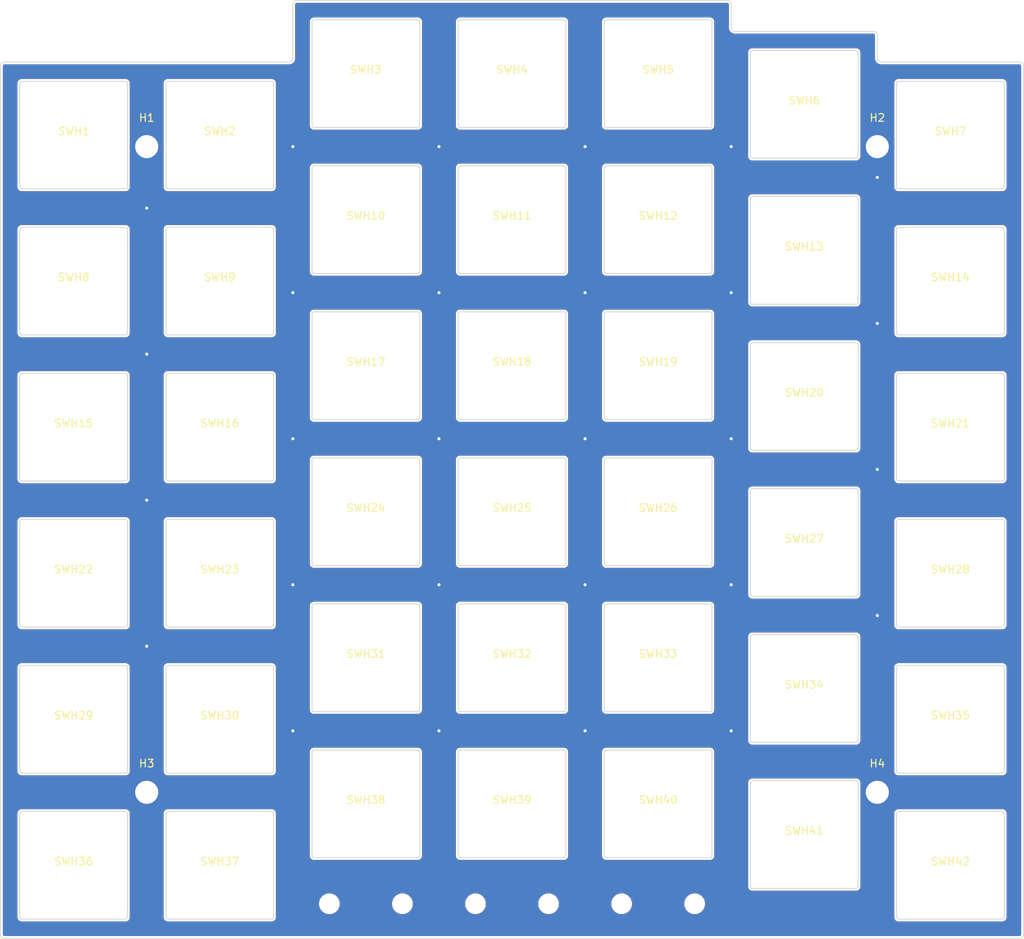
<source format=kicad_pcb>
(kicad_pcb (version 20240108) (generator "pcbnew") (generator_version "8.0")
  (layers (0 "F.Cu" signal) (31 "B.Cu" signal) (34 "B.Paste" user) (35 "F.Paste" user) (36 "B.SilkS" user "B.Silkscreen") (37 "F.SilkS" user "F.Silkscreen") (38 "B.Mask" user) (39 "F.Mask" user) (44 "Edge.Cuts" user))
  (net 0 "")
  (net 1 "GND")
  (footprint "chulaine:SW_RAESHA_Low_Profile_Optical_Plate" (layer "F.Cu") (at 105.5 29.5)
    (property "Reference" "SWH5" (at 0 -0.5 0) (layer "F.SilkS"))
    (property "Value" "MountingHole")
    (fp_line (start -7 -6.75) (end -7 6.75) (stroke (width 0.1)) (layer "Edge.Cuts"))
    (fp_line (start -6.75 7) (end 6.75 7) (stroke (width 0.1)) (layer "Edge.Cuts"))
    (fp_line (start 6.75 -7) (end -6.75 -7) (stroke (width 0.1)) (layer "Edge.Cuts"))
    (fp_line (start 7 6.75) (end 7 -6.75) (stroke (width 0.1)) (layer "Edge.Cuts"))
    (fp_arc (start -7 -6.75) (mid -6.926777 -6.926777) (end -6.75 -7) (stroke (width 0.1)) (layer "Edge.Cuts"))
    (fp_arc (start -6.75 7) (mid -6.926777 6.926777) (end -7 6.75) (stroke (width 0.1)) (layer "Edge.Cuts"))
    (fp_arc (start 6.75 -7) (mid 6.926777 -6.926777) (end 7 -6.75) (stroke (width 0.1)) (layer "Edge.Cuts"))
    (fp_arc (start 7 6.75) (mid 6.926777 6.926777) (end 6.75 7) (stroke (width 0.1)) (layer "Edge.Cuts"))
  )
  (footprint "chulaine:SW_RAESHA_Low_Profile_Optical_Plate" (layer "F.Cu") (at 29.5 113.5)
    (property "Reference" "SWH29" (at 0 -0.5 0) (layer "F.SilkS"))
    (property "Value" "MountingHole")
    (fp_line (start -7 -6.75) (end -7 6.75) (stroke (width 0.1)) (layer "Edge.Cuts"))
    (fp_line (start -6.75 7) (end 6.75 7) (stroke (width 0.1)) (layer "Edge.Cuts"))
    (fp_line (start 6.75 -7) (end -6.75 -7) (stroke (width 0.1)) (layer "Edge.Cuts"))
    (fp_line (start 7 6.75) (end 7 -6.75) (stroke (width 0.1)) (layer "Edge.Cuts"))
    (fp_arc (start -7 -6.75) (mid -6.926777 -6.926777) (end -6.75 -7) (stroke (width 0.1)) (layer "Edge.Cuts"))
    (fp_arc (start -6.75 7) (mid -6.926777 6.926777) (end -7 6.75) (stroke (width 0.1)) (layer "Edge.Cuts"))
    (fp_arc (start 6.75 -7) (mid 6.926777 -6.926777) (end 7 -6.75) (stroke (width 0.1)) (layer "Edge.Cuts"))
    (fp_arc (start 7 6.75) (mid 6.926777 6.926777) (end 6.75 7) (stroke (width 0.1)) (layer "Edge.Cuts"))
  )
  (footprint "chulaine:SW_RAESHA_Low_Profile_Optical_Plate" (layer "F.Cu") (at 86.5 105.5)
    (property "Reference" "SWH32" (at 0 -0.5 0) (layer "F.SilkS"))
    (property "Value" "MountingHole")
    (fp_line (start -7 -6.75) (end -7 6.75) (stroke (width 0.1)) (layer "Edge.Cuts"))
    (fp_line (start -6.75 7) (end 6.75 7) (stroke (width 0.1)) (layer "Edge.Cuts"))
    (fp_line (start 6.75 -7) (end -6.75 -7) (stroke (width 0.1)) (layer "Edge.Cuts"))
    (fp_line (start 7 6.75) (end 7 -6.75) (stroke (width 0.1)) (layer "Edge.Cuts"))
    (fp_arc (start -7 -6.75) (mid -6.926777 -6.926777) (end -6.75 -7) (stroke (width 0.1)) (layer "Edge.Cuts"))
    (fp_arc (start -6.75 7) (mid -6.926777 6.926777) (end -7 6.75) (stroke (width 0.1)) (layer "Edge.Cuts"))
    (fp_arc (start 6.75 -7) (mid 6.926777 -6.926777) (end 7 -6.75) (stroke (width 0.1)) (layer "Edge.Cuts"))
    (fp_arc (start 7 6.75) (mid 6.926777 6.926777) (end 6.75 7) (stroke (width 0.1)) (layer "Edge.Cuts"))
  )
  (footprint "chulaine:MountingHole_3.0mm_M3_Pad4.4mm" (layer "F.Cu") (at 134 123)
    (property "Reference" "H4" (at 0 -3.75 0) (layer "F.SilkS"))
    (property "Value" "MountingHole")
    (pad "1" thru_hole circle (at 0 0) (size 4.4 4.4) (drill 3) (layers "*.Cu" "*.Mask") (net 1 "GND"))
  )
  (footprint "chulaine:SW_RAESHA_Low_Profile_Optical_Plate" (layer "F.Cu") (at 48.5 75.5)
    (property "Reference" "SWH16" (at 0 -0.5 0) (layer "F.SilkS"))
    (property "Value" "MountingHole")
    (fp_line (start -7 -6.75) (end -7 6.75) (stroke (width 0.1)) (layer "Edge.Cuts"))
    (fp_line (start -6.75 7) (end 6.75 7) (stroke (width 0.1)) (layer "Edge.Cuts"))
    (fp_line (start 6.75 -7) (end -6.75 -7) (stroke (width 0.1)) (layer "Edge.Cuts"))
    (fp_line (start 7 6.75) (end 7 -6.75) (stroke (width 0.1)) (layer "Edge.Cuts"))
    (fp_arc (start -7 -6.75) (mid -6.926777 -6.926777) (end -6.75 -7) (stroke (width 0.1)) (layer "Edge.Cuts"))
    (fp_arc (start -6.75 7) (mid -6.926777 6.926777) (end -7 6.75) (stroke (width 0.1)) (layer "Edge.Cuts"))
    (fp_arc (start 6.75 -7) (mid 6.926777 -6.926777) (end 7 -6.75) (stroke (width 0.1)) (layer "Edge.Cuts"))
    (fp_arc (start 7 6.75) (mid 6.926777 6.926777) (end 6.75 7) (stroke (width 0.1)) (layer "Edge.Cuts"))
  )
  (footprint "chulaine:SW_RAESHA_Low_Profile_Optical_Plate" (layer "F.Cu") (at 29.5 75.5)
    (property "Reference" "SWH15" (at 0 -0.5 0) (layer "F.SilkS"))
    (property "Value" "MountingHole")
    (fp_line (start -7 -6.75) (end -7 6.75) (stroke (width 0.1)) (layer "Edge.Cuts"))
    (fp_line (start -6.75 7) (end 6.75 7) (stroke (width 0.1)) (layer "Edge.Cuts"))
    (fp_line (start 6.75 -7) (end -6.75 -7) (stroke (width 0.1)) (layer "Edge.Cuts"))
    (fp_line (start 7 6.75) (end 7 -6.75) (stroke (width 0.1)) (layer "Edge.Cuts"))
    (fp_arc (start -7 -6.75) (mid -6.926777 -6.926777) (end -6.75 -7) (stroke (width 0.1)) (layer "Edge.Cuts"))
    (fp_arc (start -6.75 7) (mid -6.926777 6.926777) (end -7 6.75) (stroke (width 0.1)) (layer "Edge.Cuts"))
    (fp_arc (start 6.75 -7) (mid 6.926777 -6.926777) (end 7 -6.75) (stroke (width 0.1)) (layer "Edge.Cuts"))
    (fp_arc (start 7 6.75) (mid 6.926777 6.926777) (end 6.75 7) (stroke (width 0.1)) (layer "Edge.Cuts"))
  )
  (footprint "chulaine:SW_RAESHA_Low_Profile_Optical_Plate" (layer "F.Cu") (at 105.5 124.5)
    (property "Reference" "SWH40" (at 0 -0.5 0) (layer "F.SilkS"))
    (property "Value" "MountingHole")
    (fp_line (start -7 -6.75) (end -7 6.75) (stroke (width 0.1)) (layer "Edge.Cuts"))
    (fp_line (start -6.75 7) (end 6.75 7) (stroke (width 0.1)) (layer "Edge.Cuts"))
    (fp_line (start 6.75 -7) (end -6.75 -7) (stroke (width 0.1)) (layer "Edge.Cuts"))
    (fp_line (start 7 6.75) (end 7 -6.75) (stroke (width 0.1)) (layer "Edge.Cuts"))
    (fp_arc (start -7 -6.75) (mid -6.926777 -6.926777) (end -6.75 -7) (stroke (width 0.1)) (layer "Edge.Cuts"))
    (fp_arc (start -6.75 7) (mid -6.926777 6.926777) (end -7 6.75) (stroke (width 0.1)) (layer "Edge.Cuts"))
    (fp_arc (start 6.75 -7) (mid 6.926777 -6.926777) (end 7 -6.75) (stroke (width 0.1)) (layer "Edge.Cuts"))
    (fp_arc (start 7 6.75) (mid 6.926777 6.926777) (end 6.75 7) (stroke (width 0.1)) (layer "Edge.Cuts"))
  )
  (footprint "chulaine:SW_RAESHA_Low_Profile_Optical_Plate" (layer "F.Cu") (at 67.5 86.5)
    (property "Reference" "SWH24" (at 0 -0.5 0) (layer "F.SilkS"))
    (property "Value" "MountingHole")
    (fp_line (start -7 -6.75) (end -7 6.75) (stroke (width 0.1)) (layer "Edge.Cuts"))
    (fp_line (start -6.75 7) (end 6.75 7) (stroke (width 0.1)) (layer "Edge.Cuts"))
    (fp_line (start 6.75 -7) (end -6.75 -7) (stroke (width 0.1)) (layer "Edge.Cuts"))
    (fp_line (start 7 6.75) (end 7 -6.75) (stroke (width 0.1)) (layer "Edge.Cuts"))
    (fp_arc (start -7 -6.75) (mid -6.926777 -6.926777) (end -6.75 -7) (stroke (width 0.1)) (layer "Edge.Cuts"))
    (fp_arc (start -6.75 7) (mid -6.926777 6.926777) (end -7 6.75) (stroke (width 0.1)) (layer "Edge.Cuts"))
    (fp_arc (start 6.75 -7) (mid 6.926777 -6.926777) (end 7 -6.75) (stroke (width 0.1)) (layer "Edge.Cuts"))
    (fp_arc (start 7 6.75) (mid 6.926777 6.926777) (end 6.75 7) (stroke (width 0.1)) (layer "Edge.Cuts"))
  )
  (footprint "chulaine:SW_RAESHA_Low_Profile_Optical_Plate" (layer "F.Cu") (at 67.5 105.5)
    (property "Reference" "SWH31" (at 0 -0.5 0) (layer "F.SilkS"))
    (property "Value" "MountingHole")
    (fp_line (start -7 -6.75) (end -7 6.75) (stroke (width 0.1)) (layer "Edge.Cuts"))
    (fp_line (start -6.75 7) (end 6.75 7) (stroke (width 0.1)) (layer "Edge.Cuts"))
    (fp_line (start 6.75 -7) (end -6.75 -7) (stroke (width 0.1)) (layer "Edge.Cuts"))
    (fp_line (start 7 6.75) (end 7 -6.75) (stroke (width 0.1)) (layer "Edge.Cuts"))
    (fp_arc (start -7 -6.75) (mid -6.926777 -6.926777) (end -6.75 -7) (stroke (width 0.1)) (layer "Edge.Cuts"))
    (fp_arc (start -6.75 7) (mid -6.926777 6.926777) (end -7 6.75) (stroke (width 0.1)) (layer "Edge.Cuts"))
    (fp_arc (start 6.75 -7) (mid 6.926777 -6.926777) (end 7 -6.75) (stroke (width 0.1)) (layer "Edge.Cuts"))
    (fp_arc (start 7 6.75) (mid 6.926777 6.926777) (end 6.75 7) (stroke (width 0.1)) (layer "Edge.Cuts"))
  )
  (footprint "chulaine:SW_RAESHA_Low_Profile_Optical_Plate" (layer "F.Cu") (at 29.5 94.5)
    (property "Reference" "SWH22" (at 0 -0.5 0) (layer "F.SilkS"))
    (property "Value" "MountingHole")
    (fp_line (start -7 -6.75) (end -7 6.75) (stroke (width 0.1)) (layer "Edge.Cuts"))
    (fp_line (start -6.75 7) (end 6.75 7) (stroke (width 0.1)) (layer "Edge.Cuts"))
    (fp_line (start 6.75 -7) (end -6.75 -7) (stroke (width 0.1)) (layer "Edge.Cuts"))
    (fp_line (start 7 6.75) (end 7 -6.75) (stroke (width 0.1)) (layer "Edge.Cuts"))
    (fp_arc (start -7 -6.75) (mid -6.926777 -6.926777) (end -6.75 -7) (stroke (width 0.1)) (layer "Edge.Cuts"))
    (fp_arc (start -6.75 7) (mid -6.926777 6.926777) (end -7 6.75) (stroke (width 0.1)) (layer "Edge.Cuts"))
    (fp_arc (start 6.75 -7) (mid 6.926777 -6.926777) (end 7 -6.75) (stroke (width 0.1)) (layer "Edge.Cuts"))
    (fp_arc (start 7 6.75) (mid 6.926777 6.926777) (end 6.75 7) (stroke (width 0.1)) (layer "Edge.Cuts"))
  )
  (footprint "chulaine:MountingHole_3.0mm_M3_Pad4.4mm" (layer "F.Cu") (at 134 39)
    (property "Reference" "H2" (at 0 -3.75 0) (layer "F.SilkS"))
    (property "Value" "MountingHole")
    (pad "1" thru_hole circle (at 0 0) (size 4.4 4.4) (drill 3) (layers "*.Cu" "*.Mask") (net 1 "GND"))
  )
  (footprint "chulaine:SW_RAESHA_Low_Profile_Optical_Plate" (layer "F.Cu") (at 86.5 124.5)
    (property "Reference" "SWH39" (at 0 -0.5 0) (layer "F.SilkS"))
    (property "Value" "MountingHole")
    (fp_line (start -7 -6.75) (end -7 6.75) (stroke (width 0.1)) (layer "Edge.Cuts"))
    (fp_line (start -6.75 7) (end 6.75 7) (stroke (width 0.1)) (layer "Edge.Cuts"))
    (fp_line (start 6.75 -7) (end -6.75 -7) (stroke (width 0.1)) (layer "Edge.Cuts"))
    (fp_line (start 7 6.75) (end 7 -6.75) (stroke (width 0.1)) (layer "Edge.Cuts"))
    (fp_arc (start -7 -6.75) (mid -6.926777 -6.926777) (end -6.75 -7) (stroke (width 0.1)) (layer "Edge.Cuts"))
    (fp_arc (start -6.75 7) (mid -6.926777 6.926777) (end -7 6.75) (stroke (width 0.1)) (layer "Edge.Cuts"))
    (fp_arc (start 6.75 -7) (mid 6.926777 -6.926777) (end 7 -6.75) (stroke (width 0.1)) (layer "Edge.Cuts"))
    (fp_arc (start 7 6.75) (mid 6.926777 6.926777) (end 6.75 7) (stroke (width 0.1)) (layer "Edge.Cuts"))
  )
  (footprint "chulaine:SW_RAESHA_Low_Profile_Optical_Plate" (layer "F.Cu") (at 86.5 67.5)
    (property "Reference" "SWH18" (at 0 -0.5 0) (layer "F.SilkS"))
    (property "Value" "MountingHole")
    (fp_line (start -7 -6.75) (end -7 6.75) (stroke (width 0.1)) (layer "Edge.Cuts"))
    (fp_line (start -6.75 7) (end 6.75 7) (stroke (width 0.1)) (layer "Edge.Cuts"))
    (fp_line (start 6.75 -7) (end -6.75 -7) (stroke (width 0.1)) (layer "Edge.Cuts"))
    (fp_line (start 7 6.75) (end 7 -6.75) (stroke (width 0.1)) (layer "Edge.Cuts"))
    (fp_arc (start -7 -6.75) (mid -6.926777 -6.926777) (end -6.75 -7) (stroke (width 0.1)) (layer "Edge.Cuts"))
    (fp_arc (start -6.75 7) (mid -6.926777 6.926777) (end -7 6.75) (stroke (width 0.1)) (layer "Edge.Cuts"))
    (fp_arc (start 6.75 -7) (mid 6.926777 -6.926777) (end 7 -6.75) (stroke (width 0.1)) (layer "Edge.Cuts"))
    (fp_arc (start 7 6.75) (mid 6.926777 6.926777) (end 6.75 7) (stroke (width 0.1)) (layer "Edge.Cuts"))
  )
  (footprint "MountingHole:MountingHole_2.2mm_M2" (layer "F.Cu") (at 62.75 137.5)
    (property "Reference" "H5" (hide yes))
    (property "Value" "MountingHole")
    (pad "" np_thru_hole circle (at 0 0) (size 2.2 2.2) (drill 2.2) (layers "*.Cu" "*.Mask"))
  )
  (footprint "chulaine:SW_RAESHA_Low_Profile_Optical_Plate" (layer "F.Cu") (at 48.5 132.5)
    (property "Reference" "SWH37" (at 0 -0.5 0) (layer "F.SilkS"))
    (property "Value" "MountingHole")
    (fp_line (start -7 -6.75) (end -7 6.75) (stroke (width 0.1)) (layer "Edge.Cuts"))
    (fp_line (start -6.75 7) (end 6.75 7) (stroke (width 0.1)) (layer "Edge.Cuts"))
    (fp_line (start 6.75 -7) (end -6.75 -7) (stroke (width 0.1)) (layer "Edge.Cuts"))
    (fp_line (start 7 6.75) (end 7 -6.75) (stroke (width 0.1)) (layer "Edge.Cuts"))
    (fp_arc (start -7 -6.75) (mid -6.926777 -6.926777) (end -6.75 -7) (stroke (width 0.1)) (layer "Edge.Cuts"))
    (fp_arc (start -6.75 7) (mid -6.926777 6.926777) (end -7 6.75) (stroke (width 0.1)) (layer "Edge.Cuts"))
    (fp_arc (start 6.75 -7) (mid 6.926777 -6.926777) (end 7 -6.75) (stroke (width 0.1)) (layer "Edge.Cuts"))
    (fp_arc (start 7 6.75) (mid 6.926777 6.926777) (end 6.75 7) (stroke (width 0.1)) (layer "Edge.Cuts"))
  )
  (footprint "chulaine:SW_RAESHA_Low_Profile_Optical_Plate" (layer "F.Cu") (at 48.5 37.5)
    (property "Reference" "SWH2" (at 0 -0.5 0) (layer "F.SilkS"))
    (property "Value" "MountingHole")
    (fp_line (start -7 -6.75) (end -7 6.75) (stroke (width 0.1)) (layer "Edge.Cuts"))
    (fp_line (start -6.75 7) (end 6.75 7) (stroke (width 0.1)) (layer "Edge.Cuts"))
    (fp_line (start 6.75 -7) (end -6.75 -7) (stroke (width 0.1)) (layer "Edge.Cuts"))
    (fp_line (start 7 6.75) (end 7 -6.75) (stroke (width 0.1)) (layer "Edge.Cuts"))
    (fp_arc (start -7 -6.75) (mid -6.926777 -6.926777) (end -6.75 -7) (stroke (width 0.1)) (layer "Edge.Cuts"))
    (fp_arc (start -6.75 7) (mid -6.926777 6.926777) (end -7 6.75) (stroke (width 0.1)) (layer "Edge.Cuts"))
    (fp_arc (start 6.75 -7) (mid 6.926777 -6.926777) (end 7 -6.75) (stroke (width 0.1)) (layer "Edge.Cuts"))
    (fp_arc (start 7 6.75) (mid 6.926777 6.926777) (end 6.75 7) (stroke (width 0.1)) (layer "Edge.Cuts"))
  )
  (footprint "chulaine:SW_RAESHA_Low_Profile_Optical_Plate" (layer "F.Cu") (at 143.5 132.5)
    (property "Reference" "SWH42" (at 0 -0.5 0) (layer "F.SilkS"))
    (property "Value" "MountingHole")
    (fp_line (start -7 -6.75) (end -7 6.75) (stroke (width 0.1)) (layer "Edge.Cuts"))
    (fp_line (start -6.75 7) (end 6.75 7) (stroke (width 0.1)) (layer "Edge.Cuts"))
    (fp_line (start 6.75 -7) (end -6.75 -7) (stroke (width 0.1)) (layer "Edge.Cuts"))
    (fp_line (start 7 6.75) (end 7 -6.75) (stroke (width 0.1)) (layer "Edge.Cuts"))
    (fp_arc (start -7 -6.75) (mid -6.926777 -6.926777) (end -6.75 -7) (stroke (width 0.1)) (layer "Edge.Cuts"))
    (fp_arc (start -6.75 7) (mid -6.926777 6.926777) (end -7 6.75) (stroke (width 0.1)) (layer "Edge.Cuts"))
    (fp_arc (start 6.75 -7) (mid 6.926777 -6.926777) (end 7 -6.75) (stroke (width 0.1)) (layer "Edge.Cuts"))
    (fp_arc (start 7 6.75) (mid 6.926777 6.926777) (end 6.75 7) (stroke (width 0.1)) (layer "Edge.Cuts"))
  )
  (footprint "chulaine:SW_RAESHA_Low_Profile_Optical_Plate" (layer "F.Cu") (at 124.5 128.5)
    (property "Reference" "SWH41" (at 0 -0.5 0) (layer "F.SilkS"))
    (property "Value" "MountingHole")
    (fp_line (start -7 -6.75) (end -7 6.75) (stroke (width 0.1)) (layer "Edge.Cuts"))
    (fp_line (start -6.75 7) (end 6.75 7) (stroke (width 0.1)) (layer "Edge.Cuts"))
    (fp_line (start 6.75 -7) (end -6.75 -7) (stroke (width 0.1)) (layer "Edge.Cuts"))
    (fp_line (start 7 6.75) (end 7 -6.75) (stroke (width 0.1)) (layer "Edge.Cuts"))
    (fp_arc (start -7 -6.75) (mid -6.926777 -6.926777) (end -6.75 -7) (stroke (width 0.1)) (layer "Edge.Cuts"))
    (fp_arc (start -6.75 7) (mid -6.926777 6.926777) (end -7 6.75) (stroke (width 0.1)) (layer "Edge.Cuts"))
    (fp_arc (start 6.75 -7) (mid 6.926777 -6.926777) (end 7 -6.75) (stroke (width 0.1)) (layer "Edge.Cuts"))
    (fp_arc (start 7 6.75) (mid 6.926777 6.926777) (end 6.75 7) (stroke (width 0.1)) (layer "Edge.Cuts"))
  )
  (footprint "chulaine:MountingHole_3.0mm_M3_Pad4.4mm" (layer "F.Cu") (at 39 123)
    (property "Reference" "H3" (at 0 -3.75 0) (layer "F.SilkS"))
    (property "Value" "MountingHole")
    (pad "1" thru_hole circle (at 0 0) (size 4.4 4.4) (drill 3) (layers "*.Cu" "*.Mask") (net 1 "GND"))
  )
  (footprint "chulaine:SW_RAESHA_Low_Profile_Optical_Plate" (layer "F.Cu") (at 124.5 52.5)
    (property "Reference" "SWH13" (at 0 -0.5 0) (layer "F.SilkS"))
    (property "Value" "MountingHole")
    (fp_line (start -7 -6.75) (end -7 6.75) (stroke (width 0.1)) (layer "Edge.Cuts"))
    (fp_line (start -6.75 7) (end 6.75 7) (stroke (width 0.1)) (layer "Edge.Cuts"))
    (fp_line (start 6.75 -7) (end -6.75 -7) (stroke (width 0.1)) (layer "Edge.Cuts"))
    (fp_line (start 7 6.75) (end 7 -6.75) (stroke (width 0.1)) (layer "Edge.Cuts"))
    (fp_arc (start -7 -6.75) (mid -6.926777 -6.926777) (end -6.75 -7) (stroke (width 0.1)) (layer "Edge.Cuts"))
    (fp_arc (start -6.75 7) (mid -6.926777 6.926777) (end -7 6.75) (stroke (width 0.1)) (layer "Edge.Cuts"))
    (fp_arc (start 6.75 -7) (mid 6.926777 -6.926777) (end 7 -6.75) (stroke (width 0.1)) (layer "Edge.Cuts"))
    (fp_arc (start 7 6.75) (mid 6.926777 6.926777) (end 6.75 7) (stroke (width 0.1)) (layer "Edge.Cuts"))
  )
  (footprint "chulaine:SW_RAESHA_Low_Profile_Optical_Plate" (layer "F.Cu") (at 124.5 71.5)
    (property "Reference" "SWH20" (at 0 -0.5 0) (layer "F.SilkS"))
    (property "Value" "MountingHole")
    (fp_line (start -7 -6.75) (end -7 6.75) (stroke (width 0.1)) (layer "Edge.Cuts"))
    (fp_line (start -6.75 7) (end 6.75 7) (stroke (width 0.1)) (layer "Edge.Cuts"))
    (fp_line (start 6.75 -7) (end -6.75 -7) (stroke (width 0.1)) (layer "Edge.Cuts"))
    (fp_line (start 7 6.75) (end 7 -6.75) (stroke (width 0.1)) (layer "Edge.Cuts"))
    (fp_arc (start -7 -6.75) (mid -6.926777 -6.926777) (end -6.75 -7) (stroke (width 0.1)) (layer "Edge.Cuts"))
    (fp_arc (start -6.75 7) (mid -6.926777 6.926777) (end -7 6.75) (stroke (width 0.1)) (layer "Edge.Cuts"))
    (fp_arc (start 6.75 -7) (mid 6.926777 -6.926777) (end 7 -6.75) (stroke (width 0.1)) (layer "Edge.Cuts"))
    (fp_arc (start 7 6.75) (mid 6.926777 6.926777) (end 6.75 7) (stroke (width 0.1)) (layer "Edge.Cuts"))
  )
  (footprint "chulaine:SW_RAESHA_Low_Profile_Optical_Plate" (layer "F.Cu") (at 105.5 105.5)
    (property "Reference" "SWH33" (at 0 -0.5 0) (layer "F.SilkS"))
    (property "Value" "MountingHole")
    (fp_line (start -7 -6.75) (end -7 6.75) (stroke (width 0.1)) (layer "Edge.Cuts"))
    (fp_line (start -6.75 7) (end 6.75 7) (stroke (width 0.1)) (layer "Edge.Cuts"))
    (fp_line (start 6.75 -7) (end -6.75 -7) (stroke (width 0.1)) (layer "Edge.Cuts"))
    (fp_line (start 7 6.75) (end 7 -6.75) (stroke (width 0.1)) (layer "Edge.Cuts"))
    (fp_arc (start -7 -6.75) (mid -6.926777 -6.926777) (end -6.75 -7) (stroke (width 0.1)) (layer "Edge.Cuts"))
    (fp_arc (start -6.75 7) (mid -6.926777 6.926777) (end -7 6.75) (stroke (width 0.1)) (layer "Edge.Cuts"))
    (fp_arc (start 6.75 -7) (mid 6.926777 -6.926777) (end 7 -6.75) (stroke (width 0.1)) (layer "Edge.Cuts"))
    (fp_arc (start 7 6.75) (mid 6.926777 6.926777) (end 6.75 7) (stroke (width 0.1)) (layer "Edge.Cuts"))
  )
  (footprint "chulaine:SW_RAESHA_Low_Profile_Optical_Plate" (layer "F.Cu") (at 143.5 37.5)
    (property "Reference" "SWH7" (at 0 -0.5 0) (layer "F.SilkS"))
    (property "Value" "MountingHole")
    (fp_line (start -7 -6.75) (end -7 6.75) (stroke (width 0.1)) (layer "Edge.Cuts"))
    (fp_line (start -6.75 7) (end 6.75 7) (stroke (width 0.1)) (layer "Edge.Cuts"))
    (fp_line (start 6.75 -7) (end -6.75 -7) (stroke (width 0.1)) (layer "Edge.Cuts"))
    (fp_line (start 7 6.75) (end 7 -6.75) (stroke (width 0.1)) (layer "Edge.Cuts"))
    (fp_arc (start -7 -6.75) (mid -6.926777 -6.926777) (end -6.75 -7) (stroke (width 0.1)) (layer "Edge.Cuts"))
    (fp_arc (start -6.75 7) (mid -6.926777 6.926777) (end -7 6.75) (stroke (width 0.1)) (layer "Edge.Cuts"))
    (fp_arc (start 6.75 -7) (mid 6.926777 -6.926777) (end 7 -6.75) (stroke (width 0.1)) (layer "Edge.Cuts"))
    (fp_arc (start 7 6.75) (mid 6.926777 6.926777) (end 6.75 7) (stroke (width 0.1)) (layer "Edge.Cuts"))
  )
  (footprint "chulaine:SW_RAESHA_Low_Profile_Optical_Plate" (layer "F.Cu") (at 29.5 56.5)
    (property "Reference" "SWH8" (at 0 -0.5 0) (layer "F.SilkS"))
    (property "Value" "MountingHole")
    (fp_line (start -7 -6.75) (end -7 6.75) (stroke (width 0.1)) (layer "Edge.Cuts"))
    (fp_line (start -6.75 7) (end 6.75 7) (stroke (width 0.1)) (layer "Edge.Cuts"))
    (fp_line (start 6.75 -7) (end -6.75 -7) (stroke (width 0.1)) (layer "Edge.Cuts"))
    (fp_line (start 7 6.75) (end 7 -6.75) (stroke (width 0.1)) (layer "Edge.Cuts"))
    (fp_arc (start -7 -6.75) (mid -6.926777 -6.926777) (end -6.75 -7) (stroke (width 0.1)) (layer "Edge.Cuts"))
    (fp_arc (start -6.75 7) (mid -6.926777 6.926777) (end -7 6.75) (stroke (width 0.1)) (layer "Edge.Cuts"))
    (fp_arc (start 6.75 -7) (mid 6.926777 -6.926777) (end 7 -6.75) (stroke (width 0.1)) (layer "Edge.Cuts"))
    (fp_arc (start 7 6.75) (mid 6.926777 6.926777) (end 6.75 7) (stroke (width 0.1)) (layer "Edge.Cuts"))
  )
  (footprint "MountingHole:MountingHole_2.2mm_M2" (layer "F.Cu") (at 72.25 137.5)
    (property "Reference" "H6" (hide yes))
    (property "Value" "MountingHole")
    (pad "" np_thru_hole circle (at 0 0) (size 2.2 2.2) (drill 2.2) (layers "*.Cu" "*.Mask"))
  )
  (footprint "chulaine:SW_RAESHA_Low_Profile_Optical_Plate" (layer "F.Cu") (at 48.5 113.5)
    (property "Reference" "SWH30" (at 0 -0.5 0) (layer "F.SilkS"))
    (property "Value" "MountingHole")
    (fp_line (start -7 -6.75) (end -7 6.75) (stroke (width 0.1)) (layer "Edge.Cuts"))
    (fp_line (start -6.75 7) (end 6.75 7) (stroke (width 0.1)) (layer "Edge.Cuts"))
    (fp_line (start 6.75 -7) (end -6.75 -7) (stroke (width 0.1)) (layer "Edge.Cuts"))
    (fp_line (start 7 6.75) (end 7 -6.75) (stroke (width 0.1)) (layer "Edge.Cuts"))
    (fp_arc (start -7 -6.75) (mid -6.926777 -6.926777) (end -6.75 -7) (stroke (width 0.1)) (layer "Edge.Cuts"))
    (fp_arc (start -6.75 7) (mid -6.926777 6.926777) (end -7 6.75) (stroke (width 0.1)) (layer "Edge.Cuts"))
    (fp_arc (start 6.75 -7) (mid 6.926777 -6.926777) (end 7 -6.75) (stroke (width 0.1)) (layer "Edge.Cuts"))
    (fp_arc (start 7 6.75) (mid 6.926777 6.926777) (end 6.75 7) (stroke (width 0.1)) (layer "Edge.Cuts"))
  )
  (footprint "MountingHole:MountingHole_2.2mm_M2" (layer "F.Cu") (at 110.25 137.5)
    (property "Reference" "H12" (hide yes))
    (property "Value" "MountingHole")
    (pad "" np_thru_hole circle (at 0 0) (size 2.2 2.2) (drill 2.2) (layers "*.Cu" "*.Mask"))
  )
  (footprint "chulaine:SW_RAESHA_Low_Profile_Optical_Plate" (layer "F.Cu") (at 29.5 132.5)
    (property "Reference" "SWH36" (at 0 -0.5 0) (layer "F.SilkS"))
    (property "Value" "MountingHole")
    (fp_line (start -7 -6.75) (end -7 6.75) (stroke (width 0.1)) (layer "Edge.Cuts"))
    (fp_line (start -6.75 7) (end 6.75 7) (stroke (width 0.1)) (layer "Edge.Cuts"))
    (fp_line (start 6.75 -7) (end -6.75 -7) (stroke (width 0.1)) (layer "Edge.Cuts"))
    (fp_line (start 7 6.75) (end 7 -6.75) (stroke (width 0.1)) (layer "Edge.Cuts"))
    (fp_arc (start -7 -6.75) (mid -6.926777 -6.926777) (end -6.75 -7) (stroke (width 0.1)) (layer "Edge.Cuts"))
    (fp_arc (start -6.75 7) (mid -6.926777 6.926777) (end -7 6.75) (stroke (width 0.1)) (layer "Edge.Cuts"))
    (fp_arc (start 6.75 -7) (mid 6.926777 -6.926777) (end 7 -6.75) (stroke (width 0.1)) (layer "Edge.Cuts"))
    (fp_arc (start 7 6.75) (mid 6.926777 6.926777) (end 6.75 7) (stroke (width 0.1)) (layer "Edge.Cuts"))
  )
  (footprint "chulaine:SW_RAESHA_Low_Profile_Optical_Plate" (layer "F.Cu") (at 143.5 113.5)
    (property "Reference" "SWH35" (at 0 -0.5 0) (layer "F.SilkS"))
    (property "Value" "MountingHole")
    (fp_line (start -7 -6.75) (end -7 6.75) (stroke (width 0.1)) (layer "Edge.Cuts"))
    (fp_line (start -6.75 7) (end 6.75 7) (stroke (width 0.1)) (layer "Edge.Cuts"))
    (fp_line (start 6.75 -7) (end -6.75 -7) (stroke (width 0.1)) (layer "Edge.Cuts"))
    (fp_line (start 7 6.75) (end 7 -6.75) (stroke (width 0.1)) (layer "Edge.Cuts"))
    (fp_arc (start -7 -6.75) (mid -6.926777 -6.926777) (end -6.75 -7) (stroke (width 0.1)) (layer "Edge.Cuts"))
    (fp_arc (start -6.75 7) (mid -6.926777 6.926777) (end -7 6.75) (stroke (width 0.1)) (layer "Edge.Cuts"))
    (fp_arc (start 6.75 -7) (mid 6.926777 -6.926777) (end 7 -6.75) (stroke (width 0.1)) (layer "Edge.Cuts"))
    (fp_arc (start 7 6.75) (mid 6.926777 6.926777) (end 6.75 7) (stroke (width 0.1)) (layer "Edge.Cuts"))
  )
  (footprint "chulaine:SW_RAESHA_Low_Profile_Optical_Plate" (layer "F.Cu") (at 105.5 86.5)
    (property "Reference" "SWH26" (at 0 -0.5 0) (layer "F.SilkS"))
    (property "Value" "MountingHole")
    (fp_line (start -7 -6.75) (end -7 6.75) (stroke (width 0.1)) (layer "Edge.Cuts"))
    (fp_line (start -6.75 7) (end 6.75 7) (stroke (width 0.1)) (layer "Edge.Cuts"))
    (fp_line (start 6.75 -7) (end -6.75 -7) (stroke (width 0.1)) (layer "Edge.Cuts"))
    (fp_line (start 7 6.75) (end 7 -6.75) (stroke (width 0.1)) (layer "Edge.Cuts"))
    (fp_arc (start -7 -6.75) (mid -6.926777 -6.926777) (end -6.75 -7) (stroke (width 0.1)) (layer "Edge.Cuts"))
    (fp_arc (start -6.75 7) (mid -6.926777 6.926777) (end -7 6.75) (stroke (width 0.1)) (layer "Edge.Cuts"))
    (fp_arc (start 6.75 -7) (mid 6.926777 -6.926777) (end 7 -6.75) (stroke (width 0.1)) (layer "Edge.Cuts"))
    (fp_arc (start 7 6.75) (mid 6.926777 6.926777) (end 6.75 7) (stroke (width 0.1)) (layer "Edge.Cuts"))
  )
  (footprint "chulaine:SW_RAESHA_Low_Profile_Optical_Plate" (layer "F.Cu") (at 143.5 94.5)
    (property "Reference" "SWH28" (at 0 -0.5 0) (layer "F.SilkS"))
    (property "Value" "MountingHole")
    (fp_line (start -7 -6.75) (end -7 6.75) (stroke (width 0.1)) (layer "Edge.Cuts"))
    (fp_line (start -6.75 7) (end 6.75 7) (stroke (width 0.1)) (layer "Edge.Cuts"))
    (fp_line (start 6.75 -7) (end -6.75 -7) (stroke (width 0.1)) (layer "Edge.Cuts"))
    (fp_line (start 7 6.75) (end 7 -6.75) (stroke (width 0.1)) (layer "Edge.Cuts"))
    (fp_arc (start -7 -6.75) (mid -6.926777 -6.926777) (end -6.75 -7) (stroke (width 0.1)) (layer "Edge.Cuts"))
    (fp_arc (start -6.75 7) (mid -6.926777 6.926777) (end -7 6.75) (stroke (width 0.1)) (layer "Edge.Cuts"))
    (fp_arc (start 6.75 -7) (mid 6.926777 -6.926777) (end 7 -6.75) (stroke (width 0.1)) (layer "Edge.Cuts"))
    (fp_arc (start 7 6.75) (mid 6.926777 6.926777) (end 6.75 7) (stroke (width 0.1)) (layer "Edge.Cuts"))
  )
  (footprint "MountingHole:MountingHole_2.2mm_M2" (layer "F.Cu") (at 100.75 137.5)
    (property "Reference" "H11" (hide yes))
    (property "Value" "MountingHole")
    (pad "" np_thru_hole circle (at 0 0) (size 2.2 2.2) (drill 2.2) (layers "*.Cu" "*.Mask"))
  )
  (footprint "chulaine:SW_RAESHA_Low_Profile_Optical_Plate" (layer "F.Cu") (at 143.5 75.5)
    (property "Reference" "SWH21" (at 0 -0.5 0) (layer "F.SilkS"))
    (property "Value" "MountingHole")
    (fp_line (start -7 -6.75) (end -7 6.75) (stroke (width 0.1)) (layer "Edge.Cuts"))
    (fp_line (start -6.75 7) (end 6.75 7) (stroke (width 0.1)) (layer "Edge.Cuts"))
    (fp_line (start 6.75 -7) (end -6.75 -7) (stroke (width 0.1)) (layer "Edge.Cuts"))
    (fp_line (start 7 6.75) (end 7 -6.75) (stroke (width 0.1)) (layer "Edge.Cuts"))
    (fp_arc (start -7 -6.75) (mid -6.926777 -6.926777) (end -6.75 -7) (stroke (width 0.1)) (layer "Edge.Cuts"))
    (fp_arc (start -6.75 7) (mid -6.926777 6.926777) (end -7 6.75) (stroke (width 0.1)) (layer "Edge.Cuts"))
    (fp_arc (start 6.75 -7) (mid 6.926777 -6.926777) (end 7 -6.75) (stroke (width 0.1)) (layer "Edge.Cuts"))
    (fp_arc (start 7 6.75) (mid 6.926777 6.926777) (end 6.75 7) (stroke (width 0.1)) (layer "Edge.Cuts"))
  )
  (footprint "chulaine:SW_RAESHA_Low_Profile_Optical_Plate" (layer "F.Cu") (at 86.5 48.5)
    (property "Reference" "SWH11" (at 0 -0.5 0) (layer "F.SilkS"))
    (property "Value" "MountingHole")
    (fp_line (start -7 -6.75) (end -7 6.75) (stroke (width 0.1)) (layer "Edge.Cuts"))
    (fp_line (start -6.75 7) (end 6.75 7) (stroke (width 0.1)) (layer "Edge.Cuts"))
    (fp_line (start 6.75 -7) (end -6.75 -7) (stroke (width 0.1)) (layer "Edge.Cuts"))
    (fp_line (start 7 6.75) (end 7 -6.75) (stroke (width 0.1)) (layer "Edge.Cuts"))
    (fp_arc (start -7 -6.75) (mid -6.926777 -6.926777) (end -6.75 -7) (stroke (width 0.1)) (layer "Edge.Cuts"))
    (fp_arc (start -6.75 7) (mid -6.926777 6.926777) (end -7 6.75) (stroke (width 0.1)) (layer "Edge.Cuts"))
    (fp_arc (start 6.75 -7) (mid 6.926777 -6.926777) (end 7 -6.75) (stroke (width 0.1)) (layer "Edge.Cuts"))
    (fp_arc (start 7 6.75) (mid 6.926777 6.926777) (end 6.75 7) (stroke (width 0.1)) (layer "Edge.Cuts"))
  )
  (footprint "MountingHole:MountingHole_2.2mm_M2" (layer "F.Cu") (at 91.25 137.5)
    (property "Reference" "H8" (hide yes))
    (property "Value" "MountingHole")
    (pad "" np_thru_hole circle (at 0 0) (size 2.2 2.2) (drill 2.2) (layers "*.Cu" "*.Mask"))
  )
  (footprint "chulaine:SW_RAESHA_Low_Profile_Optical_Plate" (layer "F.Cu") (at 143.5 56.5)
    (property "Reference" "SWH14" (at 0 -0.5 0) (layer "F.SilkS"))
    (property "Value" "MountingHole")
    (fp_line (start -7 -6.75) (end -7 6.75) (stroke (width 0.1)) (layer "Edge.Cuts"))
    (fp_line (start -6.75 7) (end 6.75 7) (stroke (width 0.1)) (layer "Edge.Cuts"))
    (fp_line (start 6.75 -7) (end -6.75 -7) (stroke (width 0.1)) (layer "Edge.Cuts"))
    (fp_line (start 7 6.75) (end 7 -6.75) (stroke (width 0.1)) (layer "Edge.Cuts"))
    (fp_arc (start -7 -6.75) (mid -6.926777 -6.926777) (end -6.75 -7) (stroke (width 0.1)) (layer "Edge.Cuts"))
    (fp_arc (start -6.75 7) (mid -6.926777 6.926777) (end -7 6.75) (stroke (width 0.1)) (layer "Edge.Cuts"))
    (fp_arc (start 6.75 -7) (mid 6.926777 -6.926777) (end 7 -6.75) (stroke (width 0.1)) (layer "Edge.Cuts"))
    (fp_arc (start 7 6.75) (mid 6.926777 6.926777) (end 6.75 7) (stroke (width 0.1)) (layer "Edge.Cuts"))
  )
  (footprint "MountingHole:MountingHole_2.2mm_M2" (layer "F.Cu") (at 81.75 137.5)
    (property "Reference" "H7" (hide yes))
    (property "Value" "MountingHole")
    (pad "" np_thru_hole circle (at 0 0) (size 2.2 2.2) (drill 2.2) (layers "*.Cu" "*.Mask"))
  )
  (footprint "chulaine:SW_RAESHA_Low_Profile_Optical_Plate" (layer "F.Cu") (at 105.5 48.5)
    (property "Reference" "SWH12" (at 0 -0.5 0) (layer "F.SilkS"))
    (property "Value" "MountingHole")
    (fp_line (start -7 -6.75) (end -7 6.75) (stroke (width 0.1)) (layer "Edge.Cuts"))
    (fp_line (start -6.75 7) (end 6.75 7) (stroke (width 0.1)) (layer "Edge.Cuts"))
    (fp_line (start 6.75 -7) (end -6.75 -7) (stroke (width 0.1)) (layer "Edge.Cuts"))
    (fp_line (start 7 6.75) (end 7 -6.75) (stroke (width 0.1)) (layer "Edge.Cuts"))
    (fp_arc (start -7 -6.75) (mid -6.926777 -6.926777) (end -6.75 -7) (stroke (width 0.1)) (layer "Edge.Cuts"))
    (fp_arc (start -6.75 7) (mid -6.926777 6.926777) (end -7 6.75) (stroke (width 0.1)) (layer "Edge.Cuts"))
    (fp_arc (start 6.75 -7) (mid 6.926777 -6.926777) (end 7 -6.75) (stroke (width 0.1)) (layer "Edge.Cuts"))
    (fp_arc (start 7 6.75) (mid 6.926777 6.926777) (end 6.75 7) (stroke (width 0.1)) (layer "Edge.Cuts"))
  )
  (footprint "chulaine:SW_RAESHA_Low_Profile_Optical_Plate" (layer "F.Cu") (at 124.5 109.5)
    (property "Reference" "SWH34" (at 0 -0.5 0) (layer "F.SilkS"))
    (property "Value" "MountingHole")
    (fp_line (start -7 -6.75) (end -7 6.75) (stroke (width 0.1)) (layer "Edge.Cuts"))
    (fp_line (start -6.75 7) (end 6.75 7) (stroke (width 0.1)) (layer "Edge.Cuts"))
    (fp_line (start 6.75 -7) (end -6.75 -7) (stroke (width 0.1)) (layer "Edge.Cuts"))
    (fp_line (start 7 6.75) (end 7 -6.75) (stroke (width 0.1)) (layer "Edge.Cuts"))
    (fp_arc (start -7 -6.75) (mid -6.926777 -6.926777) (end -6.75 -7) (stroke (width 0.1)) (layer "Edge.Cuts"))
    (fp_arc (start -6.75 7) (mid -6.926777 6.926777) (end -7 6.75) (stroke (width 0.1)) (layer "Edge.Cuts"))
    (fp_arc (start 6.75 -7) (mid 6.926777 -6.926777) (end 7 -6.75) (stroke (width 0.1)) (layer "Edge.Cuts"))
    (fp_arc (start 7 6.75) (mid 6.926777 6.926777) (end 6.75 7) (stroke (width 0.1)) (layer "Edge.Cuts"))
  )
  (footprint "chulaine:SW_RAESHA_Low_Profile_Optical_Plate" (layer "F.Cu") (at 48.5 94.5)
    (property "Reference" "SWH23" (at 0 -0.5 0) (layer "F.SilkS"))
    (property "Value" "MountingHole")
    (fp_line (start -7 -6.75) (end -7 6.75) (stroke (width 0.1)) (layer "Edge.Cuts"))
    (fp_line (start -6.75 7) (end 6.75 7) (stroke (width 0.1)) (layer "Edge.Cuts"))
    (fp_line (start 6.75 -7) (end -6.75 -7) (stroke (width 0.1)) (layer "Edge.Cuts"))
    (fp_line (start 7 6.75) (end 7 -6.75) (stroke (width 0.1)) (layer "Edge.Cuts"))
    (fp_arc (start -7 -6.75) (mid -6.926777 -6.926777) (end -6.75 -7) (stroke (width 0.1)) (layer "Edge.Cuts"))
    (fp_arc (start -6.75 7) (mid -6.926777 6.926777) (end -7 6.75) (stroke (width 0.1)) (layer "Edge.Cuts"))
    (fp_arc (start 6.75 -7) (mid 6.926777 -6.926777) (end 7 -6.75) (stroke (width 0.1)) (layer "Edge.Cuts"))
    (fp_arc (start 7 6.75) (mid 6.926777 6.926777) (end 6.75 7) (stroke (width 0.1)) (layer "Edge.Cuts"))
  )
  (footprint "chulaine:SW_RAESHA_Low_Profile_Optical_Plate" (layer "F.Cu") (at 67.5 124.5)
    (property "Reference" "SWH38" (at 0 -0.5 0) (layer "F.SilkS"))
    (property "Value" "MountingHole")
    (fp_line (start -7 -6.75) (end -7 6.75) (stroke (width 0.1)) (layer "Edge.Cuts"))
    (fp_line (start -6.75 7) (end 6.75 7) (stroke (width 0.1)) (layer "Edge.Cuts"))
    (fp_line (start 6.75 -7) (end -6.75 -7) (stroke (width 0.1)) (layer "Edge.Cuts"))
    (fp_line (start 7 6.75) (end 7 -6.75) (stroke (width 0.1)) (layer "Edge.Cuts"))
    (fp_arc (start -7 -6.75) (mid -6.926777 -6.926777) (end -6.75 -7) (stroke (width 0.1)) (layer "Edge.Cuts"))
    (fp_arc (start -6.75 7) (mid -6.926777 6.926777) (end -7 6.75) (stroke (width 0.1)) (layer "Edge.Cuts"))
    (fp_arc (start 6.75 -7) (mid 6.926777 -6.926777) (end 7 -6.75) (stroke (width 0.1)) (layer "Edge.Cuts"))
    (fp_arc (start 7 6.75) (mid 6.926777 6.926777) (end 6.75 7) (stroke (width 0.1)) (layer "Edge.Cuts"))
  )
  (footprint "chulaine:MountingHole_3.0mm_M3_Pad4.4mm" (layer "F.Cu") (at 39 39)
    (property "Reference" "H1" (at 0 -3.75 0) (layer "F.SilkS"))
    (property "Value" "MountingHole")
    (pad "1" thru_hole circle (at 0 0) (size 4.4 4.4) (drill 3) (layers "*.Cu" "*.Mask") (net 1 "GND"))
  )
  (footprint "chulaine:SW_RAESHA_Low_Profile_Optical_Plate" (layer "F.Cu") (at 67.5 67.5)
    (property "Reference" "SWH17" (at 0 -0.5 0) (layer "F.SilkS"))
    (property "Value" "MountingHole")
    (fp_line (start -7 -6.75) (end -7 6.75) (stroke (width 0.1)) (layer "Edge.Cuts"))
    (fp_line (start -6.75 7) (end 6.75 7) (stroke (width 0.1)) (layer "Edge.Cuts"))
    (fp_line (start 6.75 -7) (end -6.75 -7) (stroke (width 0.1)) (layer "Edge.Cuts"))
    (fp_line (start 7 6.75) (end 7 -6.75) (stroke (width 0.1)) (layer "Edge.Cuts"))
    (fp_arc (start -7 -6.75) (mid -6.926777 -6.926777) (end -6.75 -7) (stroke (width 0.1)) (layer "Edge.Cuts"))
    (fp_arc (start -6.75 7) (mid -6.926777 6.926777) (end -7 6.75) (stroke (width 0.1)) (layer "Edge.Cuts"))
    (fp_arc (start 6.75 -7) (mid 6.926777 -6.926777) (end 7 -6.75) (stroke (width 0.1)) (layer "Edge.Cuts"))
    (fp_arc (start 7 6.75) (mid 6.926777 6.926777) (end 6.75 7) (stroke (width 0.1)) (layer "Edge.Cuts"))
  )
  (footprint "chulaine:SW_RAESHA_Low_Profile_Optical_Plate" (layer "F.Cu") (at 67.5 29.5)
    (property "Reference" "SWH3" (at 0 -0.5 0) (layer "F.SilkS"))
    (property "Value" "MountingHole")
    (fp_line (start -7 -6.75) (end -7 6.75) (stroke (width 0.1)) (layer "Edge.Cuts"))
    (fp_line (start -6.75 7) (end 6.75 7) (stroke (width 0.1)) (layer "Edge.Cuts"))
    (fp_line (start 6.75 -7) (end -6.75 -7) (stroke (width 0.1)) (layer "Edge.Cuts"))
    (fp_line (start 7 6.75) (end 7 -6.75) (stroke (width 0.1)) (layer "Edge.Cuts"))
    (fp_arc (start -7 -6.75) (mid -6.926777 -6.926777) (end -6.75 -7) (stroke (width 0.1)) (layer "Edge.Cuts"))
    (fp_arc (start -6.75 7) (mid -6.926777 6.926777) (end -7 6.75) (stroke (width 0.1)) (layer "Edge.Cuts"))
    (fp_arc (start 6.75 -7) (mid 6.926777 -6.926777) (end 7 -6.75) (stroke (width 0.1)) (layer "Edge.Cuts"))
    (fp_arc (start 7 6.75) (mid 6.926777 6.926777) (end 6.75 7) (stroke (width 0.1)) (layer "Edge.Cuts"))
  )
  (footprint "chulaine:SW_RAESHA_Low_Profile_Optical_Plate" (layer "F.Cu") (at 124.5 90.5)
    (property "Reference" "SWH27" (at 0 -0.5 0) (layer "F.SilkS"))
    (property "Value" "MountingHole")
    (fp_line (start -7 -6.75) (end -7 6.75) (stroke (width 0.1)) (layer "Edge.Cuts"))
    (fp_line (start -6.75 7) (end 6.75 7) (stroke (width 0.1)) (layer "Edge.Cuts"))
    (fp_line (start 6.75 -7) (end -6.75 -7) (stroke (width 0.1)) (layer "Edge.Cuts"))
    (fp_line (start 7 6.75) (end 7 -6.75) (stroke (width 0.1)) (layer "Edge.Cuts"))
    (fp_arc (start -7 -6.75) (mid -6.926777 -6.926777) (end -6.75 -7) (stroke (width 0.1)) (layer "Edge.Cuts"))
    (fp_arc (start -6.75 7) (mid -6.926777 6.926777) (end -7 6.75) (stroke (width 0.1)) (layer "Edge.Cuts"))
    (fp_arc (start 6.75 -7) (mid 6.926777 -6.926777) (end 7 -6.75) (stroke (width 0.1)) (layer "Edge.Cuts"))
    (fp_arc (start 7 6.75) (mid 6.926777 6.926777) (end 6.75 7) (stroke (width 0.1)) (layer "Edge.Cuts"))
  )
  (footprint "chulaine:SW_RAESHA_Low_Profile_Optical_Plate" (layer "F.Cu") (at 86.5 29.5)
    (property "Reference" "SWH4" (at 0 -0.5 0) (layer "F.SilkS"))
    (property "Value" "MountingHole")
    (fp_line (start -7 -6.75) (end -7 6.75) (stroke (width 0.1)) (layer "Edge.Cuts"))
    (fp_line (start -6.75 7) (end 6.75 7) (stroke (width 0.1)) (layer "Edge.Cuts"))
    (fp_line (start 6.75 -7) (end -6.75 -7) (stroke (width 0.1)) (layer "Edge.Cuts"))
    (fp_line (start 7 6.75) (end 7 -6.75) (stroke (width 0.1)) (layer "Edge.Cuts"))
    (fp_arc (start -7 -6.75) (mid -6.926777 -6.926777) (end -6.75 -7) (stroke (width 0.1)) (layer "Edge.Cuts"))
    (fp_arc (start -6.75 7) (mid -6.926777 6.926777) (end -7 6.75) (stroke (width 0.1)) (layer "Edge.Cuts"))
    (fp_arc (start 6.75 -7) (mid 6.926777 -6.926777) (end 7 -6.75) (stroke (width 0.1)) (layer "Edge.Cuts"))
    (fp_arc (start 7 6.75) (mid 6.926777 6.926777) (end 6.75 7) (stroke (width 0.1)) (layer "Edge.Cuts"))
  )
  (footprint "chulaine:SW_RAESHA_Low_Profile_Optical_Plate" (layer "F.Cu") (at 67.5 48.5)
    (property "Reference" "SWH10" (at 0 -0.5 0) (layer "F.SilkS"))
    (property "Value" "MountingHole")
    (fp_line (start -7 -6.75) (end -7 6.75) (stroke (width 0.1)) (layer "Edge.Cuts"))
    (fp_line (start -6.75 7) (end 6.75 7) (stroke (width 0.1)) (layer "Edge.Cuts"))
    (fp_line (start 6.75 -7) (end -6.75 -7) (stroke (width 0.1)) (layer "Edge.Cuts"))
    (fp_line (start 7 6.75) (end 7 -6.75) (stroke (width 0.1)) (layer "Edge.Cuts"))
    (fp_arc (start -7 -6.75) (mid -6.926777 -6.926777) (end -6.75 -7) (stroke (width 0.1)) (layer "Edge.Cuts"))
    (fp_arc (start -6.75 7) (mid -6.926777 6.926777) (end -7 6.75) (stroke (width 0.1)) (layer "Edge.Cuts"))
    (fp_arc (start 6.75 -7) (mid 6.926777 -6.926777) (end 7 -6.75) (stroke (width 0.1)) (layer "Edge.Cuts"))
    (fp_arc (start 7 6.75) (mid 6.926777 6.926777) (end 6.75 7) (stroke (width 0.1)) (layer "Edge.Cuts"))
  )
  (footprint "chulaine:SW_RAESHA_Low_Profile_Optical_Plate" (layer "F.Cu") (at 86.5 86.5)
    (property "Reference" "SWH25" (at 0 -0.5 0) (layer "F.SilkS"))
    (property "Value" "MountingHole")
    (fp_line (start -7 -6.75) (end -7 6.75) (stroke (width 0.1)) (layer "Edge.Cuts"))
    (fp_line (start -6.75 7) (end 6.75 7) (stroke (width 0.1)) (layer "Edge.Cuts"))
    (fp_line (start 6.75 -7) (end -6.75 -7) (stroke (width 0.1)) (layer "Edge.Cuts"))
    (fp_line (start 7 6.75) (end 7 -6.75) (stroke (width 0.1)) (layer "Edge.Cuts"))
    (fp_arc (start -7 -6.75) (mid -6.926777 -6.926777) (end -6.75 -7) (stroke (width 0.1)) (layer "Edge.Cuts"))
    (fp_arc (start -6.75 7) (mid -6.926777 6.926777) (end -7 6.75) (stroke (width 0.1)) (layer "Edge.Cuts"))
    (fp_arc (start 6.75 -7) (mid 6.926777 -6.926777) (end 7 -6.75) (stroke (width 0.1)) (layer "Edge.Cuts"))
    (fp_arc (start 7 6.75) (mid 6.926777 6.926777) (end 6.75 7) (stroke (width 0.1)) (layer "Edge.Cuts"))
  )
  (footprint "chulaine:SW_RAESHA_Low_Profile_Optical_Plate" (layer "F.Cu") (at 105.5 67.5)
    (property "Reference" "SWH19" (at 0 -0.5 0) (layer "F.SilkS"))
    (property "Value" "MountingHole")
    (fp_line (start -7 -6.75) (end -7 6.75) (stroke (width 0.1)) (layer "Edge.Cuts"))
    (fp_line (start -6.75 7) (end 6.75 7) (stroke (width 0.1)) (layer "Edge.Cuts"))
    (fp_line (start 6.75 -7) (end -6.75 -7) (stroke (width 0.1)) (layer "Edge.Cuts"))
    (fp_line (start 7 6.75) (end 7 -6.75) (stroke (width 0.1)) (layer "Edge.Cuts"))
    (fp_arc (start -7 -6.75) (mid -6.926777 -6.926777) (end -6.75 -7) (stroke (width 0.1)) (layer "Edge.Cuts"))
    (fp_arc (start -6.75 7) (mid -6.926777 6.926777) (end -7 6.75) (stroke (width 0.1)) (layer "Edge.Cuts"))
    (fp_arc (start 6.75 -7) (mid 6.926777 -6.926777) (end 7 -6.75) (stroke (width 0.1)) (layer "Edge.Cuts"))
    (fp_arc (start 7 6.75) (mid 6.926777 6.926777) (end 6.75 7) (stroke (width 0.1)) (layer "Edge.Cuts"))
  )
  (footprint "chulaine:SW_RAESHA_Low_Profile_Optical_Plate" (layer "F.Cu") (at 124.5 33.5)
    (property "Reference" "SWH6" (at 0 -0.5 0) (layer "F.SilkS"))
    (property "Value" "MountingHole")
    (fp_line (start -7 -6.75) (end -7 6.75) (stroke (width 0.1)) (layer "Edge.Cuts"))
    (fp_line (start -6.75 7) (end 6.75 7) (stroke (width 0.1)) (layer "Edge.Cuts"))
    (fp_line (start 6.75 -7) (end -6.75 -7) (stroke (width 0.1)) (layer "Edge.Cuts"))
    (fp_line (start 7 6.75) (end 7 -6.75) (stroke (width 0.1)) (layer "Edge.Cuts"))
    (fp_arc (start -7 -6.75) (mid -6.926777 -6.926777) (end -6.75 -7) (stroke (width 0.1)) (layer "Edge.Cuts"))
    (fp_arc (start -6.75 7) (mid -6.926777 6.926777) (end -7 6.75) (stroke (width 0.1)) (layer "Edge.Cuts"))
    (fp_arc (start 6.75 -7) (mid 6.926777 -6.926777) (end 7 -6.75) (stroke (width 0.1)) (layer "Edge.Cuts"))
    (fp_arc (start 7 6.75) (mid 6.926777 6.926777) (end 6.75 7) (stroke (width 0.1)) (layer "Edge.Cuts"))
  )
  (footprint "chulaine:SW_RAESHA_Low_Profile_Optical_Plate" (layer "F.Cu") (at 48.5 56.5)
    (property "Reference" "SWH9" (at 0 -0.5 0) (layer "F.SilkS"))
    (property "Value" "MountingHole")
    (fp_line (start -7 -6.75) (end -7 6.75) (stroke (width 0.1)) (layer "Edge.Cuts"))
    (fp_line (start -6.75 7) (end 6.75 7) (stroke (width 0.1)) (layer "Edge.Cuts"))
    (fp_line (start 6.75 -7) (end -6.75 -7) (stroke (width 0.1)) (layer "Edge.Cuts"))
    (fp_line (start 7 6.75) (end 7 -6.75) (stroke (width 0.1)) (layer "Edge.Cuts"))
    (fp_arc (start -7 -6.75) (mid -6.926777 -6.926777) (end -6.75 -7) (stroke (width 0.1)) (layer "Edge.Cuts"))
    (fp_arc (start -6.75 7) (mid -6.926777 6.926777) (end -7 6.75) (stroke (width 0.1)) (layer "Edge.Cuts"))
    (fp_arc (start 6.75 -7) (mid 6.926777 -6.926777) (end 7 -6.75) (stroke (width 0.1)) (layer "Edge.Cuts"))
    (fp_arc (start 7 6.75) (mid 6.926777 6.926777) (end 6.75 7) (stroke (width 0.1)) (layer "Edge.Cuts"))
  )
  (footprint "chulaine:SW_RAESHA_Low_Profile_Optical_Plate" (layer "F.Cu") (at 29.5 37.5)
    (property "Reference" "SWH1" (at 0 -0.5 0) (layer "F.SilkS"))
    (property "Value" "MountingHole")
    (fp_line (start -7 -6.75) (end -7 6.75) (stroke (width 0.1)) (layer "Edge.Cuts"))
    (fp_line (start -6.75 7) (end 6.75 7) (stroke (width 0.1)) (layer "Edge.Cuts"))
    (fp_line (start 6.75 -7) (end -6.75 -7) (stroke (width 0.1)) (layer "Edge.Cuts"))
    (fp_line (start 7 6.75) (end 7 -6.75) (stroke (width 0.1)) (layer "Edge.Cuts"))
    (fp_arc (start -7 -6.75) (mid -6.926777 -6.926777) (end -6.75 -7) (stroke (width 0.1)) (layer "Edge.Cuts"))
    (fp_arc (start -6.75 7) (mid -6.926777 6.926777) (end -7 6.75) (stroke (width 0.1)) (layer "Edge.Cuts"))
    (fp_arc (start 6.75 -7) (mid 6.926777 -6.926777) (end 7 -6.75) (stroke (width 0.1)) (layer "Edge.Cuts"))
    (fp_arc (start 7 6.75) (mid 6.926777 6.926777) (end 6.75 7) (stroke (width 0.1)) (layer "Edge.Cuts"))
  )
  (gr_arc (start 114.5 20) (mid 114.853553 20.146447) (end 115 20.5) (stroke (width 0.1)) (layer "Edge.Cuts"))
  (gr_arc (start 58 20.5) (mid 58.146447 20.146447) (end 58.5 20) (stroke (width 0.1)) (layer "Edge.Cuts"))
  (gr_arc (start 153 141.5) (mid 152.853553 141.853553) (end 152.5 142) (stroke (width 0.1)) (layer "Edge.Cuts"))
  (gr_arc (start 58 27.5) (mid 57.853553 27.853553) (end 57.5 28) (stroke (width 0.1)) (layer "Edge.Cuts"))
  (gr_arc (start 152.5 28) (mid 152.853553 28.146447) (end 153 28.5) (stroke (width 0.1)) (layer "Edge.Cuts"))
  (gr_line (start 20 141.5) (end 20 28.5) (stroke (width 0.1)) (layer "Edge.Cuts"))
  (gr_line (start 57.5 28) (end 20.5 28) (stroke (width 0.1)) (layer "Edge.Cuts"))
  (gr_arc (start 115.5 24) (mid 115.146447 23.853553) (end 115 23.5) (stroke (width 0.1)) (layer "Edge.Cuts"))
  (gr_arc (start 20 28.5) (mid 20.146447 28.146447) (end 20.5 28) (stroke (width 0.1)) (layer "Edge.Cuts"))
  (gr_arc (start 20.5 142) (mid 20.146447 141.853553) (end 20 141.5) (stroke (width 0.1)) (layer "Edge.Cuts"))
  (gr_line (start 58.5 20) (end 114.5 20) (stroke (width 0.1)) (layer "Edge.Cuts"))
  (gr_line (start 152.5 28) (end 134.5 28) (stroke (width 0.1)) (layer "Edge.Cuts"))
  (gr_line (start 115.5 24) (end 133.5 24) (stroke (width 0.1)) (layer "Edge.Cuts"))
  (gr_line (start 134 24.5) (end 134 27.5) (stroke (width 0.1)) (layer "Edge.Cuts"))
  (gr_line (start 115 23.5) (end 115 20.5) (stroke (width 0.1)) (layer "Edge.Cuts"))
  (gr_line (start 58 20.5) (end 58 27.5) (stroke (width 0.1)) (layer "Edge.Cuts"))
  (gr_arc (start 133.5 24) (mid 133.853553 24.146447) (end 134 24.5) (stroke (width 0.1)) (layer "Edge.Cuts"))
  (gr_line (start 152.5 142) (end 20.5 142) (stroke (width 0.1)) (layer "Edge.Cuts"))
  (gr_line (start 153 28.5) (end 153 141.5) (stroke (width 0.1)) (layer "Edge.Cuts"))
  (gr_arc (start 134.5 28) (mid 134.146447 27.853553) (end 134 27.5) (stroke (width 0.1)) (layer "Edge.Cuts"))
  (via (at 134 43) (size 0.8) (drill 0.4) (layers "F.Cu" "B.Cu") (net 1))
  (via (at 77 58) (size 0.8) (drill 0.4) (layers "F.Cu" "B.Cu") (net 1))
  (via (at 134 81) (size 0.8) (drill 0.4) (layers "F.Cu" "B.Cu") (net 1))
  (via (at 77 77) (size 0.8) (drill 0.4) (layers "F.Cu" "B.Cu") (net 1))
  (via (at 77 96) (size 0.8) (drill 0.4) (layers "F.Cu" "B.Cu") (net 1))
  (via (at 58 58) (size 0.8) (drill 0.4) (layers "F.Cu" "B.Cu") (net 1))
  (via (at 39 85) (size 0.8) (drill 0.4) (layers "F.Cu" "B.Cu") (net 1))
  (via (at 58 96) (size 0.8) (drill 0.4) (layers "F.Cu" "B.Cu") (net 1))
  (via (at 77 115) (size 0.8) (drill 0.4) (layers "F.Cu" "B.Cu") (net 1))
  (via (at 134 62) (size 0.8) (drill 0.4) (layers "F.Cu" "B.Cu") (net 1))
  (via (at 96 96) (size 0.8) (drill 0.4) (layers "F.Cu" "B.Cu") (net 1))
  (via (at 96 39) (size 0.8) (drill 0.4) (layers "F.Cu" "B.Cu") (net 1))
  (via (at 96 77) (size 0.8) (drill 0.4) (layers "F.Cu" "B.Cu") (net 1))
  (via (at 39 47) (size 0.8) (drill 0.4) (layers "F.Cu" "B.Cu") (net 1))
  (via (at 115 58) (size 0.8) (drill 0.4) (layers "F.Cu" "B.Cu") (net 1))
  (via (at 96 58) (size 0.8) (drill 0.4) (layers "F.Cu" "B.Cu") (net 1))
  (via (at 115 115) (size 0.8) (drill 0.4) (layers "F.Cu" "B.Cu") (net 1))
  (via (at 115 39) (size 0.8) (drill 0.4) (layers "F.Cu" "B.Cu") (net 1))
  (via (at 134 100) (size 0.8) (drill 0.4) (layers "F.Cu" "B.Cu") (net 1))
  (via (at 96 115) (size 0.8) (drill 0.4) (layers "F.Cu" "B.Cu") (net 1))
  (via (at 58 39) (size 0.8) (drill 0.4) (layers "F.Cu" "B.Cu") (net 1))
  (via (at 115 96) (size 0.8) (drill 0.4) (layers "F.Cu" "B.Cu") (net 1))
  (via (at 39 66) (size 0.8) (drill 0.4) (layers "F.Cu" "B.Cu") (net 1))
  (via (at 115 77) (size 0.8) (drill 0.4) (layers "F.Cu" "B.Cu") (net 1))
  (via (at 58 77) (size 0.8) (drill 0.4) (layers "F.Cu" "B.Cu") (net 1))
  (via (at 77 39) (size 0.8) (drill 0.4) (layers "F.Cu" "B.Cu") (net 1))
  (via (at 58 115) (size 0.8) (drill 0.4) (layers "F.Cu" "B.Cu") (net 1))
  (via (at 39 104) (size 0.8) (drill 0.4) (layers "F.Cu" "B.Cu") (net 1))
  (zone (net 1) (net_name "GND") (layers "F&B.Cu") (connect_pads yes (clearance 0)) (min_thickness 0.25) (fill yes (thermal_gap 0.5) (thermal_bridge_width 0.5) (island_removal_mode 1) (island_area_min 10))
    (polygon (pts (xy 20 20) (xy 153 20) (xy 153 142) (xy 20 142)))
  )
)
</source>
